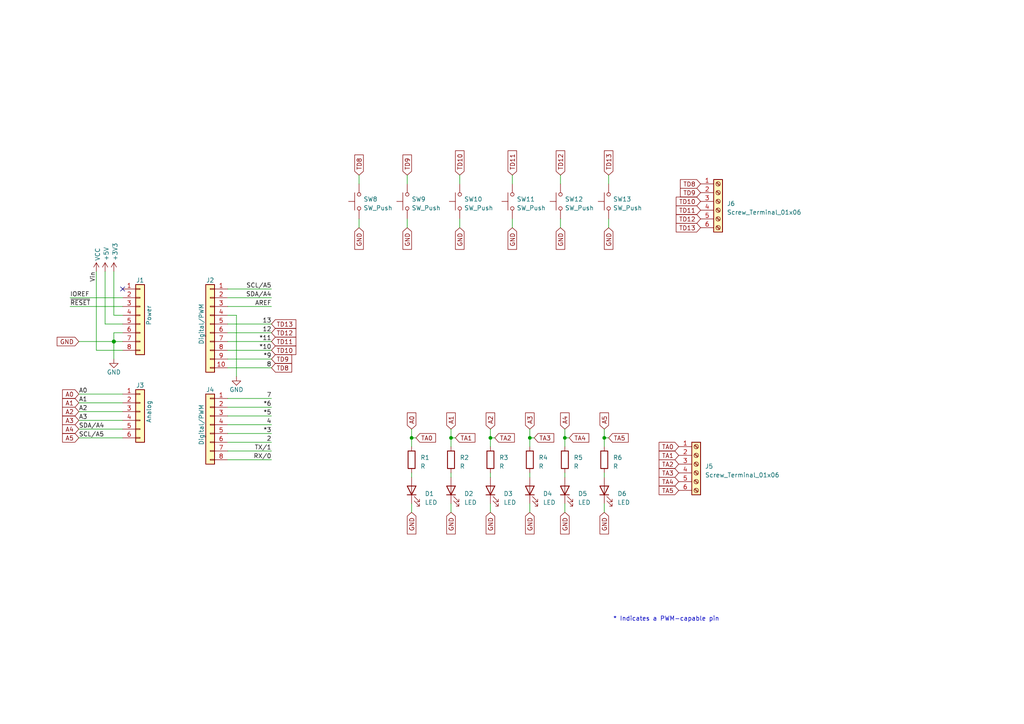
<source format=kicad_sch>
(kicad_sch (version 20230121) (generator eeschema)
  (paper "A4")
  (title_block (date "mar. 31 mars 2015"))
  (lib_symbols
    (symbol "Connector:Screw_Terminal_01x06" (pin_names (offset 1.016) hide)
      (property "Reference" "J" (at 0 7.62 0))
      (property "Value" "Screw_Terminal_01x06" (at 0 -10.16 0))
      (symbol "Screw_Terminal_01x06_1_1"
        (rectangle (start -1.27 6.35) (end 1.27 -8.89) (stroke (width 0.254)) (fill (type background)))
        (circle (center 0 -7.62) (radius 0.635) (stroke (width 0.1524)))
        (circle (center 0 -5.08) (radius 0.635) (stroke (width 0.1524)))
        (circle (center 0 -2.54) (radius 0.635) (stroke (width 0.1524)))
        (polyline (pts (xy -0.5334 -7.2898) (xy 0.3302 -8.128)) (stroke (width 0.1524)))
        (polyline (pts (xy -0.5334 -4.7498) (xy 0.3302 -5.588)) (stroke (width 0.1524)))
        (polyline (pts (xy -0.5334 -2.2098) (xy 0.3302 -3.048)) (stroke (width 0.1524)))
        (polyline (pts (xy -0.5334 0.3302) (xy 0.3302 -0.508)) (stroke (width 0.1524)))
        (polyline (pts (xy -0.5334 2.8702) (xy 0.3302 2.032)) (stroke (width 0.1524)))
        (polyline (pts (xy -0.5334 5.4102) (xy 0.3302 4.572)) (stroke (width 0.1524)))
        (polyline (pts (xy -0.3556 -7.112) (xy 0.508 -7.9502)) (stroke (width 0.1524)))
        (polyline (pts (xy -0.3556 -4.572) (xy 0.508 -5.4102)) (stroke (width 0.1524)))
        (polyline (pts (xy -0.3556 -2.032) (xy 0.508 -2.8702)) (stroke (width 0.1524)))
        (polyline (pts (xy -0.3556 0.508) (xy 0.508 -0.3302)) (stroke (width 0.1524)))
        (polyline (pts (xy -0.3556 3.048) (xy 0.508 2.2098)) (stroke (width 0.1524)))
        (polyline (pts (xy -0.3556 5.588) (xy 0.508 4.7498)) (stroke (width 0.1524)))
        (circle (center 0 0) (radius 0.635) (stroke (width 0.1524)))
        (circle (center 0 2.54) (radius 0.635) (stroke (width 0.1524)))
        (circle (center 0 5.08) (radius 0.635) (stroke (width 0.1524)))
        (pin passive line (at -5.08 5.08 0) (length 3.81) (name "Pin_1") (number "1"))
        (pin passive line (at -5.08 2.54 0) (length 3.81) (name "Pin_2") (number "2"))
        (pin passive line (at -5.08 0 0) (length 3.81) (name "Pin_3") (number "3"))
        (pin passive line (at -5.08 -2.54 0) (length 3.81) (name "Pin_4") (number "4"))
        (pin passive line (at -5.08 -5.08 0) (length 3.81) (name "Pin_5") (number "5"))
        (pin passive line (at -5.08 -7.62 0) (length 3.81) (name "Pin_6") (number "6"))
      )
    )
    (symbol "Connector_Generic:Conn_01x06" (pin_names (offset 1.016) hide)
      (property "Reference" "J" (at 0 7.62 0))
      (property "Value" "Conn_01x06" (at 0 -10.16 0))
      (symbol "Conn_01x06_1_1"
        (rectangle (start -1.27 -7.493) (end 0 -7.747) (stroke (width 0.1524)))
        (rectangle (start -1.27 -4.953) (end 0 -5.207) (stroke (width 0.1524)))
        (rectangle (start -1.27 -2.413) (end 0 -2.667) (stroke (width 0.1524)))
        (rectangle (start -1.27 0.127) (end 0 -0.127) (stroke (width 0.1524)))
        (rectangle (start -1.27 2.667) (end 0 2.413) (stroke (width 0.1524)))
        (rectangle (start -1.27 5.207) (end 0 4.953) (stroke (width 0.1524)))
        (rectangle (start -1.27 6.35) (end 1.27 -8.89) (stroke (width 0.254)) (fill (type background)))
        (pin passive line (at -5.08 5.08 0) (length 3.81) (name "Pin_1") (number "1"))
        (pin passive line (at -5.08 2.54 0) (length 3.81) (name "Pin_2") (number "2"))
        (pin passive line (at -5.08 0 0) (length 3.81) (name "Pin_3") (number "3"))
        (pin passive line (at -5.08 -2.54 0) (length 3.81) (name "Pin_4") (number "4"))
        (pin passive line (at -5.08 -5.08 0) (length 3.81) (name "Pin_5") (number "5"))
        (pin passive line (at -5.08 -7.62 0) (length 3.81) (name "Pin_6") (number "6"))
      )
    )
    (symbol "Connector_Generic:Conn_01x08" (pin_names (offset 1.016) hide)
      (property "Reference" "J" (at 0 10.16 0))
      (property "Value" "Conn_01x08" (at 0 -12.7 0))
      (symbol "Conn_01x08_1_1"
        (rectangle (start -1.27 -10.033) (end 0 -10.287) (stroke (width 0.1524)))
        (rectangle (start -1.27 -7.493) (end 0 -7.747) (stroke (width 0.1524)))
        (rectangle (start -1.27 -4.953) (end 0 -5.207) (stroke (width 0.1524)))
        (rectangle (start -1.27 -2.413) (end 0 -2.667) (stroke (width 0.1524)))
        (rectangle (start -1.27 0.127) (end 0 -0.127) (stroke (width 0.1524)))
        (rectangle (start -1.27 2.667) (end 0 2.413) (stroke (width 0.1524)))
        (rectangle (start -1.27 5.207) (end 0 4.953) (stroke (width 0.1524)))
        (rectangle (start -1.27 7.747) (end 0 7.493) (stroke (width 0.1524)))
        (rectangle (start -1.27 8.89) (end 1.27 -11.43) (stroke (width 0.254)) (fill (type background)))
        (pin passive line (at -5.08 7.62 0) (length 3.81) (name "Pin_1") (number "1"))
        (pin passive line (at -5.08 5.08 0) (length 3.81) (name "Pin_2") (number "2"))
        (pin passive line (at -5.08 2.54 0) (length 3.81) (name "Pin_3") (number "3"))
        (pin passive line (at -5.08 0 0) (length 3.81) (name "Pin_4") (number "4"))
        (pin passive line (at -5.08 -2.54 0) (length 3.81) (name "Pin_5") (number "5"))
        (pin passive line (at -5.08 -5.08 0) (length 3.81) (name "Pin_6") (number "6"))
        (pin passive line (at -5.08 -7.62 0) (length 3.81) (name "Pin_7") (number "7"))
        (pin passive line (at -5.08 -10.16 0) (length 3.81) (name "Pin_8") (number "8"))
      )
    )
    (symbol "Connector_Generic:Conn_01x10" (pin_names (offset 1.016) hide)
      (property "Reference" "J" (at 0 12.7 0))
      (property "Value" "Conn_01x10" (at 0 -15.24 0))
      (symbol "Conn_01x10_1_1"
        (rectangle (start -1.27 -12.573) (end 0 -12.827) (stroke (width 0.1524)))
        (rectangle (start -1.27 -10.033) (end 0 -10.287) (stroke (width 0.1524)))
        (rectangle (start -1.27 -7.493) (end 0 -7.747) (stroke (width 0.1524)))
        (rectangle (start -1.27 -4.953) (end 0 -5.207) (stroke (width 0.1524)))
        (rectangle (start -1.27 -2.413) (end 0 -2.667) (stroke (width 0.1524)))
        (rectangle (start -1.27 0.127) (end 0 -0.127) (stroke (width 0.1524)))
        (rectangle (start -1.27 2.667) (end 0 2.413) (stroke (width 0.1524)))
        (rectangle (start -1.27 5.207) (end 0 4.953) (stroke (width 0.1524)))
        (rectangle (start -1.27 7.747) (end 0 7.493) (stroke (width 0.1524)))
        (rectangle (start -1.27 10.287) (end 0 10.033) (stroke (width 0.1524)))
        (rectangle (start -1.27 11.43) (end 1.27 -13.97) (stroke (width 0.254)) (fill (type background)))
        (pin passive line (at -5.08 10.16 0) (length 3.81) (name "Pin_1") (number "1"))
        (pin passive line (at -5.08 -12.7 0) (length 3.81) (name "Pin_10") (number "10"))
        (pin passive line (at -5.08 7.62 0) (length 3.81) (name "Pin_2") (number "2"))
        (pin passive line (at -5.08 5.08 0) (length 3.81) (name "Pin_3") (number "3"))
        (pin passive line (at -5.08 2.54 0) (length 3.81) (name "Pin_4") (number "4"))
        (pin passive line (at -5.08 0 0) (length 3.81) (name "Pin_5") (number "5"))
        (pin passive line (at -5.08 -2.54 0) (length 3.81) (name "Pin_6") (number "6"))
        (pin passive line (at -5.08 -5.08 0) (length 3.81) (name "Pin_7") (number "7"))
        (pin passive line (at -5.08 -7.62 0) (length 3.81) (name "Pin_8") (number "8"))
        (pin passive line (at -5.08 -10.16 0) (length 3.81) (name "Pin_9") (number "9"))
      )
    )
    (symbol "Device:LED" (pin_numbers hide) (pin_names (offset 1.016) hide)
      (property "Reference" "D" (at 0 2.54 0))
      (property "Value" "LED" (at 0 -2.54 0))
      (symbol "LED_0_1"
        (polyline (pts (xy -1.27 -1.27) (xy -1.27 1.27)) (stroke (width 0.254)))
        (polyline (pts (xy -1.27 0) (xy 1.27 0)))
        (polyline (pts (xy 1.27 -1.27) (xy 1.27 1.27) (xy -1.27 0) (xy 1.27 -1.27)) (stroke (width 0.254)))
        (polyline (pts (xy -3.048 -0.762) (xy -4.572 -2.286) (xy -3.81 -2.286) (xy -4.572 -2.286) (xy -4.572 -1.524)))
        (polyline (pts (xy -1.778 -0.762) (xy -3.302 -2.286) (xy -2.54 -2.286) (xy -3.302 -2.286) (xy -3.302 -1.524)))
      )
      (symbol "LED_1_1"
        (pin passive line (at -3.81 0 0) (length 2.54) (name "K") (number "1"))
        (pin passive line (at 3.81 0 180) (length 2.54) (name "A") (number "2"))
      )
    )
    (symbol "Device:R" (pin_numbers hide) (pin_names (offset 0))
      (property "Reference" "R" (at 2.032 0 90))
      (property "Value" "R" (at 0 0 90))
      (symbol "R_0_1"
        (rectangle (start -1.016 -2.54) (end 1.016 2.54) (stroke (width 0.254)))
      )
      (symbol "R_1_1"
        (pin passive line (at 0 3.81 270) (length 1.27) (name "~") (number "1"))
        (pin passive line (at 0 -3.81 90) (length 1.27) (name "~") (number "2"))
      )
    )
    (symbol "Switch:SW_Push" (pin_numbers hide) (pin_names (offset 1.016) hide)
      (property "Reference" "SW" (at 1.27 2.54 0))
      (property "Value" "SW_Push" (at 0 -1.524 0))
      (symbol "SW_Push_0_1"
        (circle (center -2.032 0) (radius 0.508))
        (polyline (pts (xy 0 1.27) (xy 0 3.048)))
        (polyline (pts (xy 2.54 1.27) (xy -2.54 1.27)))
        (circle (center 2.032 0) (radius 0.508))
        (pin passive line (at -5.08 0 0) (length 2.54) (name "1") (number "1"))
        (pin passive line (at 5.08 0 180) (length 2.54) (name "2") (number "2"))
      )
    )
    (symbol "power:+3V3" (power) (pin_names (offset 0))
      (property "Value" "+3V3" (at 0 3.556 0))
      (symbol "+3V3_0_1"
        (polyline (pts (xy -0.762 1.27) (xy 0 2.54)))
        (polyline (pts (xy 0 0) (xy 0 2.54)))
        (polyline (pts (xy 0 2.54) (xy 0.762 1.27)))
      )
      (symbol "+3V3_1_1"
        (pin power_in line (at 0 0 90) (length 0) hide (name "+3V3") (number "1"))
      )
    )
    (symbol "power:+5V" (power) (pin_names (offset 0))
      (property "Value" "+5V" (at 0 3.556 0))
      (symbol "+5V_0_1"
        (polyline (pts (xy -0.762 1.27) (xy 0 2.54)))
        (polyline (pts (xy 0 0) (xy 0 2.54)))
        (polyline (pts (xy 0 2.54) (xy 0.762 1.27)))
      )
      (symbol "+5V_1_1"
        (pin power_in line (at 0 0 90) (length 0) hide (name "+5V") (number "1"))
      )
    )
    (symbol "power:GND" (power) (pin_names (offset 0))
      (property "Value" "GND" (at 0 -3.81 0))
      (symbol "GND_0_1"
        (polyline (pts (xy 0 0) (xy 0 -1.27) (xy 1.27 -1.27) (xy 0 -2.54) (xy -1.27 -1.27) (xy 0 -1.27)))
      )
      (symbol "GND_1_1"
        (pin power_in line (at 0 0 270) (length 0) hide (name "GND") (number "1"))
      )
    )
    (symbol "power:VCC" (power) (pin_names (offset 0))
      (property "Value" "VCC" (at 0 3.81 0))
      (symbol "VCC_0_1"
        (polyline (pts (xy -0.762 1.27) (xy 0 2.54)))
        (polyline (pts (xy 0 0) (xy 0 2.54)))
        (polyline (pts (xy 0 2.54) (xy 0.762 1.27)))
      )
      (symbol "VCC_1_1"
        (pin power_in line (at 0 0 90) (length 0) hide (name "VCC") (number "1"))
      )
    )
  )
  (junction (at 33.02 99.06) (diameter 1.016))
  (junction (at 119.38 127))
  (junction (at 142.24 127))
  (junction (at 163.83 127))
  (junction (at 153.67 127))
  (junction (at 130.81 127))
  (junction (at 175.26 127))
  (no_connect (at 35.56 83.82))
  (wire (pts (xy 33.02 91.44) (xy 35.56 91.44)))
  (wire (pts (xy 163.83 146.05) (xy 163.83 148.59)))
  (wire (pts (xy 142.24 146.05) (xy 142.24 148.59)))
  (wire (pts (xy 66.04 93.98) (xy 78.74 93.98)))
  (wire (pts (xy 35.56 96.52) (xy 33.02 96.52)))
  (wire (pts (xy 20.32 86.36) (xy 35.56 86.36)))
  (wire (pts (xy 22.86 127) (xy 35.56 127)))
  (wire (pts (xy 142.24 137.16) (xy 142.24 138.43)))
  (wire (pts (xy 66.04 133.35) (xy 78.74 133.35)))
  (wire (pts (xy 33.02 96.52) (xy 33.02 99.06)))
  (wire (pts (xy 66.04 115.57) (xy 78.74 115.57)))
  (wire (pts (xy 175.26 124.46) (xy 175.26 127)))
  (wire (pts (xy 153.67 127) (xy 154.94 127)))
  (wire (pts (xy 104.14 50.8) (xy 104.14 53.34)))
  (wire (pts (xy 175.26 127) (xy 175.26 129.54)))
  (wire (pts (xy 66.04 118.11) (xy 78.74 118.11)))
  (wire (pts (xy 142.24 127) (xy 143.51 127)))
  (wire (pts (xy 153.67 137.16) (xy 153.67 138.43)))
  (wire (pts (xy 119.38 137.16) (xy 119.38 138.43)))
  (wire (pts (xy 163.83 124.46) (xy 163.83 127)))
  (wire (pts (xy 133.35 50.8) (xy 133.35 53.34)))
  (wire (pts (xy 68.58 91.44) (xy 68.58 109.22)))
  (wire (pts (xy 35.56 114.3) (xy 22.86 114.3)))
  (wire (pts (xy 119.38 146.05) (xy 119.38 148.59)))
  (wire (pts (xy 153.67 124.46) (xy 153.67 127)))
  (wire (pts (xy 130.81 124.46) (xy 130.81 127)))
  (wire (pts (xy 66.04 106.68) (xy 78.74 106.68)))
  (wire (pts (xy 30.48 78.74) (xy 30.48 93.98)))
  (wire (pts (xy 119.38 124.46) (xy 119.38 127)))
  (wire (pts (xy 30.48 93.98) (xy 35.56 93.98)))
  (wire (pts (xy 66.04 83.82) (xy 78.74 83.82)))
  (wire (pts (xy 118.11 63.5) (xy 118.11 66.04)))
  (wire (pts (xy 119.38 127) (xy 120.65 127)))
  (wire (pts (xy 22.86 99.06) (xy 33.02 99.06)))
  (wire (pts (xy 66.04 86.36) (xy 78.74 86.36)))
  (wire (pts (xy 163.83 137.16) (xy 163.83 138.43)))
  (wire (pts (xy 163.83 127) (xy 163.83 129.54)))
  (wire (pts (xy 119.38 127) (xy 119.38 129.54)))
  (wire (pts (xy 153.67 146.05) (xy 153.67 148.59)))
  (wire (pts (xy 33.02 99.06) (xy 33.02 104.14)))
  (wire (pts (xy 66.04 88.9) (xy 78.74 88.9)))
  (wire (pts (xy 176.53 50.8) (xy 176.53 53.34)))
  (wire (pts (xy 175.26 137.16) (xy 175.26 138.43)))
  (wire (pts (xy 35.56 101.6) (xy 27.94 101.6)))
  (wire (pts (xy 130.81 137.16) (xy 130.81 138.43)))
  (wire (pts (xy 35.56 119.38) (xy 22.86 119.38)))
  (wire (pts (xy 142.24 127) (xy 142.24 129.54)))
  (wire (pts (xy 148.59 63.5) (xy 148.59 66.04)))
  (wire (pts (xy 66.04 125.73) (xy 78.74 125.73)))
  (wire (pts (xy 66.04 120.65) (xy 78.74 120.65)))
  (wire (pts (xy 163.83 127) (xy 165.1 127)))
  (wire (pts (xy 22.86 116.84) (xy 35.56 116.84)))
  (wire (pts (xy 130.81 127) (xy 130.81 129.54)))
  (wire (pts (xy 66.04 91.44) (xy 68.58 91.44)))
  (wire (pts (xy 176.53 63.5) (xy 176.53 66.04)))
  (wire (pts (xy 66.04 99.06) (xy 78.74 99.06)))
  (wire (pts (xy 66.04 104.14) (xy 78.74 104.14)))
  (wire (pts (xy 130.81 127) (xy 132.08 127)))
  (wire (pts (xy 162.56 50.8) (xy 162.56 53.34)))
  (wire (pts (xy 142.24 124.46) (xy 142.24 127)))
  (wire (pts (xy 175.26 146.05) (xy 175.26 148.59)))
  (wire (pts (xy 20.32 88.9) (xy 35.56 88.9)))
  (wire (pts (xy 148.59 50.8) (xy 148.59 53.34)))
  (wire (pts (xy 118.11 50.8) (xy 118.11 53.34)))
  (wire (pts (xy 22.86 121.92) (xy 35.56 121.92)))
  (wire (pts (xy 130.81 146.05) (xy 130.81 148.59)))
  (wire (pts (xy 35.56 99.06) (xy 33.02 99.06)))
  (wire (pts (xy 66.04 130.81) (xy 78.74 130.81)))
  (wire (pts (xy 27.94 101.6) (xy 27.94 78.74)))
  (wire (pts (xy 153.67 127) (xy 153.67 129.54)))
  (wire (pts (xy 133.35 63.5) (xy 133.35 66.04)))
  (wire (pts (xy 66.04 123.19) (xy 78.74 123.19)))
  (wire (pts (xy 162.56 63.5) (xy 162.56 66.04)))
  (wire (pts (xy 66.04 101.6) (xy 78.74 101.6)))
  (wire (pts (xy 66.04 128.27) (xy 78.74 128.27)))
  (wire (pts (xy 104.14 63.5) (xy 104.14 66.04)))
  (wire (pts (xy 175.26 127) (xy 176.53 127)))
  (wire (pts (xy 66.04 96.52) (xy 78.74 96.52)))
  (wire (pts (xy 35.56 124.46) (xy 22.86 124.46)))
  (wire (pts (xy 33.02 78.74) (xy 33.02 91.44)))
  (text "* Indicates a PWM-capable pin" (at 177.8 180.34 0) (effects (font (size 1.27 1.27)) (justify left bottom)))
  (label "RX{slash}0" (at 78.74 133.35 180))
  (label "4" (at 78.74 123.19 180))
  (label "A2" (at 22.86 119.38 0))
  (label "A3" (at 22.86 121.92 0))
  (label "*5" (at 78.74 120.65 180))
  (label "12" (at 78.74 96.52 180))
  (label "2" (at 78.74 128.27 180))
  (label "8" (at 78.74 106.68 180))
  (label "*10" (at 78.74 101.6 180))
  (label "SDA{slash}A4" (at 78.74 86.36 180))
  (label "Vin" (at 27.94 78.74 270))
  (label "*6" (at 78.74 118.11 180))
  (label "13" (at 78.74 93.98 180))
  (label "A1" (at 22.86 116.84 0))
  (label "TX{slash}1" (at 78.74 130.81 180))
  (label "7" (at 78.74 115.57 180))
  (label "A0" (at 22.86 114.3 0))
  (label "SCL{slash}A5" (at 78.74 83.82 180))
  (label "*9" (at 78.74 104.14 180))
  (label "~{RESET}" (at 20.32 88.9 0))
  (label "AREF" (at 78.74 88.9 180))
  (label "SDA{slash}A4" (at 22.86 124.46 0))
  (label "SCL{slash}A5" (at 22.86 127 0))
  (label "*11" (at 78.74 99.06 180))
  (label "*3" (at 78.74 125.73 180))
  (label "IOREF" (at 20.32 86.36 0))
  (global_label "TD12" (shape input) (at 78.74 96.52 0) (property "Intersheetrefs" "${INTERSHEET_REFS}" (effects hide)))
  (global_label "A5" (shape input) (at 22.86 127 180) (property "Intersheetrefs" "${INTERSHEET_REFS}" (effects hide)))
  (global_label "A3" (shape input) (at 22.86 121.92 180) (property "Intersheetrefs" "${INTERSHEET_REFS}" (effects hide)))
  (global_label "TA2" (shape input) (at 143.51 127 0) (property "Intersheetrefs" "${INTERSHEET_REFS}" (effects hide)))
  (global_label "TD12" (shape input) (at 162.56 50.8 90) (property "Intersheetrefs" "${INTERSHEET_REFS}" (effects hide)))
  (global_label "A2" (shape input) (at 142.24 124.46 90) (property "Intersheetrefs" "${INTERSHEET_REFS}" (effects hide)))
  (global_label "TA1" (shape input) (at 196.85 132.08 180) (property "Intersheetrefs" "${INTERSHEET_REFS}" (effects hide)))
  (global_label "TA3" (shape input) (at 196.85 137.16 180) (property "Intersheetrefs" "${INTERSHEET_REFS}" (effects hide)))
  (global_label "GND" (shape input) (at 148.59 66.04 270) (property "Intersheetrefs" "${INTERSHEET_REFS}" (effects hide)))
  (global_label "TD8" (shape input) (at 203.2 53.34 180) (property "Intersheetrefs" "${INTERSHEET_REFS}" (effects hide)))
  (global_label "TD9" (shape input) (at 118.11 50.8 90) (property "Intersheetrefs" "${INTERSHEET_REFS}" (effects hide)))
  (global_label "TD11" (shape input) (at 78.74 99.06 0) (property "Intersheetrefs" "${INTERSHEET_REFS}" (effects hide)))
  (global_label "A4" (shape input) (at 163.83 124.46 90) (property "Intersheetrefs" "${INTERSHEET_REFS}" (effects hide)))
  (global_label "TD10" (shape input) (at 203.2 58.42 180) (property "Intersheetrefs" "${INTERSHEET_REFS}" (effects hide)))
  (global_label "GND" (shape input) (at 22.86 99.06 180) (property "Intersheetrefs" "${INTERSHEET_REFS}" (effects hide)))
  (global_label "GND" (shape input) (at 118.11 66.04 270) (property "Intersheetrefs" "${INTERSHEET_REFS}" (effects hide)))
  (global_label "GND" (shape input) (at 142.24 148.59 270) (property "Intersheetrefs" "${INTERSHEET_REFS}" (effects hide)))
  (global_label "A0" (shape input) (at 119.38 124.46 90) (property "Intersheetrefs" "${INTERSHEET_REFS}" (effects hide)))
  (global_label "TD13" (shape input) (at 203.2 66.04 180) (property "Intersheetrefs" "${INTERSHEET_REFS}" (effects hide)))
  (global_label "TD10" (shape input) (at 133.35 50.8 90) (property "Intersheetrefs" "${INTERSHEET_REFS}" (effects hide)))
  (global_label "TA0" (shape input) (at 196.85 129.54 180) (property "Intersheetrefs" "${INTERSHEET_REFS}" (effects hide)))
  (global_label "TD11" (shape input) (at 148.59 50.8 90) (property "Intersheetrefs" "${INTERSHEET_REFS}" (effects hide)))
  (global_label "TD10" (shape input) (at 78.74 101.6 0) (property "Intersheetrefs" "${INTERSHEET_REFS}" (effects hide)))
  (global_label "GND" (shape input) (at 104.14 66.04 270) (property "Intersheetrefs" "${INTERSHEET_REFS}" (effects hide)))
  (global_label "TA5" (shape input) (at 176.53 127 0) (property "Intersheetrefs" "${INTERSHEET_REFS}" (effects hide)))
  (global_label "TA5" (shape input) (at 196.85 142.24 180) (property "Intersheetrefs" "${INTERSHEET_REFS}" (effects hide)))
  (global_label "GND" (shape input) (at 133.35 66.04 270) (property "Intersheetrefs" "${INTERSHEET_REFS}" (effects hide)))
  (global_label "TD11" (shape input) (at 203.2 60.96 180) (property "Intersheetrefs" "${INTERSHEET_REFS}" (effects hide)))
  (global_label "TA2" (shape input) (at 196.85 134.62 180) (property "Intersheetrefs" "${INTERSHEET_REFS}" (effects hide)))
  (global_label "GND" (shape input) (at 130.81 148.59 270) (property "Intersheetrefs" "${INTERSHEET_REFS}" (effects hide)))
  (global_label "A1" (shape input) (at 22.86 116.84 180) (property "Intersheetrefs" "${INTERSHEET_REFS}" (effects hide)))
  (global_label "A3" (shape input) (at 153.67 124.46 90) (property "Intersheetrefs" "${INTERSHEET_REFS}" (effects hide)))
  (global_label "GND" (shape input) (at 162.56 66.04 270) (property "Intersheetrefs" "${INTERSHEET_REFS}" (effects hide)))
  (global_label "GND" (shape input) (at 153.67 148.59 270) (property "Intersheetrefs" "${INTERSHEET_REFS}" (effects hide)))
  (global_label "TD13" (shape input) (at 176.53 50.8 90) (property "Intersheetrefs" "${INTERSHEET_REFS}" (effects hide)))
  (global_label "GND" (shape input) (at 119.38 148.59 270) (property "Intersheetrefs" "${INTERSHEET_REFS}" (effects hide)))
  (global_label "TD12" (shape input) (at 203.2 63.5 180) (property "Intersheetrefs" "${INTERSHEET_REFS}" (effects hide)))
  (global_label "TA3" (shape input) (at 154.94 127 0) (property "Intersheetrefs" "${INTERSHEET_REFS}" (effects hide)))
  (global_label "GND" (shape input) (at 163.83 148.59 270) (property "Intersheetrefs" "${INTERSHEET_REFS}" (effects hide)))
  (global_label "A4" (shape input) (at 22.86 124.46 180) (property "Intersheetrefs" "${INTERSHEET_REFS}" (effects hide)))
  (global_label "TD13" (shape input) (at 78.74 93.98 0) (property "Intersheetrefs" "${INTERSHEET_REFS}" (effects hide)))
  (global_label "TA0" (shape input) (at 120.65 127 0) (property "Intersheetrefs" "${INTERSHEET_REFS}" (effects hide)))
  (global_label "A1" (shape input) (at 130.81 124.46 90) (property "Intersheetrefs" "${INTERSHEET_REFS}" (effects hide)))
  (global_label "A0" (shape input) (at 22.86 114.3 180) (property "Intersheetrefs" "${INTERSHEET_REFS}" (effects hide)))
  (global_label "A5" (shape input) (at 175.26 124.46 90) (property "Intersheetrefs" "${INTERSHEET_REFS}" (effects hide)))
  (global_label "TA1" (shape input) (at 132.08 127 0) (property "Intersheetrefs" "${INTERSHEET_REFS}" (effects hide)))
  (global_label "TD8" (shape input) (at 78.74 106.68 0) (property "Intersheetrefs" "${INTERSHEET_REFS}" (effects hide)))
  (global_label "TA4" (shape input) (at 165.1 127 0) (property "Intersheetrefs" "${INTERSHEET_REFS}" (effects hide)))
  (global_label "TD8" (shape input) (at 104.14 50.8 90) (property "Intersheetrefs" "${INTERSHEET_REFS}" (effects hide)))
  (global_label "TA4" (shape input) (at 196.85 139.7 180) (property "Intersheetrefs" "${INTERSHEET_REFS}" (effects hide)))
  (global_label "GND" (shape input) (at 176.53 66.04 270) (property "Intersheetrefs" "${INTERSHEET_REFS}" (effects hide)))
  (global_label "TD9" (shape input) (at 203.2 55.88 180) (property "Intersheetrefs" "${INTERSHEET_REFS}" (effects hide)))
  (global_label "TD9" (shape input) (at 78.74 104.14 0) (property "Intersheetrefs" "${INTERSHEET_REFS}" (effects hide)))
  (global_label "A2" (shape input) (at 22.86 119.38 180) (property "Intersheetrefs" "${INTERSHEET_REFS}" (effects hide)))
  (global_label "GND" (shape input) (at 175.26 148.59 270) (property "Intersheetrefs" "${INTERSHEET_REFS}" (effects hide)))
  (symbol (lib_id "Connector_Generic:Conn_01x06") (at 40.64 119.38 0) (unit 1)
    (property "Reference" "J3" (at 40.64 111.76 0))
    (property "Value" "Analog" (at 43.18 119.38 90))
    (property "Footprint" "Connector_PinHeader_2.54mm:PinHeader_1x06_P2.54mm_Vertical" (effects hide))
  )
  (symbol (lib_id "Connector:Screw_Terminal_01x06") (at 201.93 134.62 0) (unit 1)
    (property "Reference" "J5" (at 204.47 135.255 0) (effects (justify left)))
    (property "Value" "Screw_Terminal_01x06" (at 204.47 137.795 0) (effects (justify left)))
    (property "Footprint" "TerminalBlock_Phoenix:TerminalBlock_Phoenix_PT-1,5-6-3.5-H_1x06_P3.50mm_Horizontal" (effects hide))
  )
  (symbol (lib_id "Device:LED") (at 163.83 142.24 90) (unit 1)
    (property "Reference" "D5" (at 167.64 143.1925 90) (effects (justify right)))
    (property "Value" "LED" (at 167.64 145.7325 90) (effects (justify right)))
    (property "Footprint" "LED_THT:LED_D5.0mm" (effects hide))
  )
  (symbol (lib_id "Device:LED") (at 142.24 142.24 90) (unit 1)
    (property "Reference" "D3" (at 146.05 143.1925 90) (effects (justify right)))
    (property "Value" "LED" (at 146.05 145.7325 90) (effects (justify right)))
    (property "Footprint" "LED_THT:LED_D5.0mm" (effects hide))
  )
  (symbol (lib_id "Device:LED") (at 153.67 142.24 90) (unit 1)
    (property "Reference" "D4" (at 157.48 143.1925 90) (effects (justify right)))
    (property "Value" "LED" (at 157.48 145.7325 90) (effects (justify right)))
    (property "Footprint" "LED_THT:LED_D5.0mm" (effects hide))
  )
  (symbol (lib_id "Switch:SW_Push") (at 176.53 58.42 90) (unit 1)
    (property "Reference" "SW13" (at 177.8 57.785 90) (effects (justify right)))
    (property "Value" "SW_Push" (at 177.8 60.325 90) (effects (justify right)))
    (property "Footprint" "Button_Switch_THT:SW_PUSH_6mm" (effects hide))
  )
  (symbol (lib_id "Connector_Generic:Conn_01x08") (at 40.64 91.44 0) (unit 1)
    (property "Reference" "J1" (at 40.64 81.28 0))
    (property "Value" "Power" (at 43.18 91.44 90))
    (property "Footprint" "Connector_PinHeader_2.54mm:PinHeader_1x08_P2.54mm_Vertical" (effects hide))
  )
  (symbol (lib_id "power:GND") (at 68.58 109.22 0) (unit 1)
    (property "Reference" "#PWR01" (effects hide))
    (property "Value" "GND" (at 68.58 113.03 0))
  )
  (symbol (lib_id "Device:LED") (at 175.26 142.24 90) (unit 1)
    (property "Reference" "D6" (at 179.07 143.1925 90) (effects (justify right)))
    (property "Value" "LED" (at 179.07 145.7325 90) (effects (justify right)))
    (property "Footprint" "LED_THT:LED_D5.0mm" (effects hide))
  )
  (symbol (lib_id "Device:LED") (at 130.81 142.24 90) (unit 1)
    (property "Reference" "D2" (at 134.62 143.1925 90) (effects (justify right)))
    (property "Value" "LED" (at 134.62 145.7325 90) (effects (justify right)))
    (property "Footprint" "LED_THT:LED_D5.0mm" (effects hide))
  )
  (symbol (lib_id "Device:R") (at 153.67 133.35 0) (unit 1)
    (property "Reference" "R4" (at 156.21 132.715 0) (effects (justify left)))
    (property "Value" "R" (at 156.21 135.255 0) (effects (justify left)))
    (property "Footprint" "Resistor_THT:R_Axial_DIN0207_L6.3mm_D2.5mm_P10.16mm_Horizontal" (effects hide))
  )
  (symbol (lib_id "Switch:SW_Push") (at 162.56 58.42 90) (unit 1)
    (property "Reference" "SW12" (at 163.83 57.785 90) (effects (justify right)))
    (property "Value" "SW_Push" (at 163.83 60.325 90) (effects (justify right)))
    (property "Footprint" "Button_Switch_THT:SW_PUSH_6mm" (effects hide))
  )
  (symbol (lib_id "Device:R") (at 130.81 133.35 0) (unit 1)
    (property "Reference" "R2" (at 133.35 132.715 0) (effects (justify left)))
    (property "Value" "R" (at 133.35 135.255 0) (effects (justify left)))
    (property "Footprint" "Resistor_THT:R_Axial_DIN0207_L6.3mm_D2.5mm_P10.16mm_Horizontal" (effects hide))
  )
  (symbol (lib_id "Device:R") (at 163.83 133.35 0) (unit 1)
    (property "Reference" "R5" (at 166.37 132.715 0) (effects (justify left)))
    (property "Value" "R" (at 166.37 135.255 0) (effects (justify left)))
    (property "Footprint" "Resistor_THT:R_Axial_DIN0207_L6.3mm_D2.5mm_P10.16mm_Horizontal" (effects hide))
  )
  (symbol (lib_id "Switch:SW_Push") (at 133.35 58.42 90) (unit 1)
    (property "Reference" "SW10" (at 134.62 57.785 90) (effects (justify right)))
    (property "Value" "SW_Push" (at 134.62 60.325 90) (effects (justify right)))
    (property "Footprint" "Button_Switch_THT:SW_PUSH_6mm" (effects hide))
  )
  (symbol (lib_id "power:VCC") (at 27.94 78.74 0) (unit 1)
    (property "Reference" "#PWR06" (effects hide))
    (property "Value" "VCC" (at 28.321 75.692 90) (effects (justify left)))
  )
  (symbol (lib_id "Connector_Generic:Conn_01x10") (at 60.96 93.98 0) (mirror y) (unit 1)
    (property "Reference" "J2" (at 60.96 81.28 0))
    (property "Value" "Digital/PWM" (at 58.42 93.98 90))
    (property "Footprint" "Connector_PinHeader_2.54mm:PinHeader_1x10_P2.54mm_Vertical" (effects hide))
  )
  (symbol (lib_id "Device:R") (at 142.24 133.35 0) (unit 1)
    (property "Reference" "R3" (at 144.78 132.715 0) (effects (justify left)))
    (property "Value" "R" (at 144.78 135.255 0) (effects (justify left)))
    (property "Footprint" "Resistor_THT:R_Axial_DIN0207_L6.3mm_D2.5mm_P10.16mm_Horizontal" (effects hide))
  )
  (symbol (lib_id "Device:R") (at 119.38 133.35 0) (unit 1)
    (property "Reference" "R1" (at 121.92 132.715 0) (effects (justify left)))
    (property "Value" "R" (at 121.92 135.255 0) (effects (justify left)))
    (property "Footprint" "Resistor_THT:R_Axial_DIN0207_L6.3mm_D2.5mm_P10.16mm_Horizontal" (effects hide))
  )
  (symbol (lib_id "power:+5V") (at 30.48 78.74 0) (unit 1)
    (property "Reference" "#PWR07" (effects hide))
    (property "Value" "+5V" (at 30.8356 75.692 90) (effects (justify left)))
  )
  (symbol (lib_id "Device:R") (at 175.26 133.35 0) (unit 1)
    (property "Reference" "R6" (at 177.8 132.715 0) (effects (justify left)))
    (property "Value" "R" (at 177.8 135.255 0) (effects (justify left)))
    (property "Footprint" "Resistor_THT:R_Axial_DIN0207_L6.3mm_D2.5mm_P10.16mm_Horizontal" (effects hide))
  )
  (symbol (lib_id "Switch:SW_Push") (at 118.11 58.42 90) (unit 1)
    (property "Reference" "SW9" (at 119.38 57.785 90) (effects (justify right)))
    (property "Value" "SW_Push" (at 119.38 60.325 90) (effects (justify right)))
    (property "Footprint" "Button_Switch_THT:SW_PUSH_6mm" (effects hide))
  )
  (symbol (lib_id "Device:LED") (at 119.38 142.24 90) (unit 1)
    (property "Reference" "D1" (at 123.19 143.1925 90) (effects (justify right)))
    (property "Value" "LED" (at 123.19 145.7325 90) (effects (justify right)))
    (property "Footprint" "LED_THT:LED_D5.0mm" (effects hide))
  )
  (symbol (lib_id "Switch:SW_Push") (at 104.14 58.42 90) (unit 1)
    (property "Reference" "SW8" (at 105.41 57.785 90) (effects (justify right)))
    (property "Value" "SW_Push" (at 105.41 60.325 90) (effects (justify right)))
    (property "Footprint" "Button_Switch_THT:SW_PUSH_6mm" (effects hide))
  )
  (symbol (lib_id "power:GND") (at 33.02 104.14 0) (unit 1)
    (property "Reference" "#PWR09" (effects hide))
    (property "Value" "GND" (at 33.02 107.95 0))
  )
  (symbol (lib_id "Connector_Generic:Conn_01x08") (at 60.96 123.19 0) (mirror y) (unit 1)
    (property "Reference" "J4" (at 60.96 113.03 0))
    (property "Value" "Digital/PWM" (at 58.42 123.19 90))
    (property "Footprint" "Connector_PinHeader_2.54mm:PinHeader_1x08_P2.54mm_Vertical" (effects hide))
  )
  (symbol (lib_id "Connector:Screw_Terminal_01x06") (at 208.28 58.42 0) (unit 1)
    (property "Reference" "J6" (at 210.82 59.055 0) (effects (justify left)))
    (property "Value" "Screw_Terminal_01x06" (at 210.82 61.595 0) (effects (justify left)))
    (property "Footprint" "TerminalBlock_Phoenix:TerminalBlock_Phoenix_PT-1,5-6-3.5-H_1x06_P3.50mm_Horizontal" (effects hide))
  )
  (symbol (lib_id "Switch:SW_Push") (at 148.59 58.42 90) (unit 1)
    (property "Reference" "SW11" (at 149.86 57.785 90) (effects (justify right)))
    (property "Value" "SW_Push" (at 149.86 60.325 90) (effects (justify right)))
    (property "Footprint" "Button_Switch_THT:SW_PUSH_6mm" (effects hide))
  )
  (symbol (lib_id "power:+3V3") (at 33.02 78.74 0) (unit 1)
    (property "Reference" "#PWR08" (effects hide))
    (property "Value" "+3.3V" (at 33.401 75.692 90) (effects (justify left)))
  )
)
</source>
